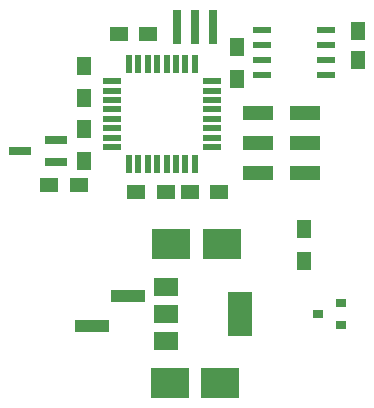
<source format=gbp>
G04 #@! TF.GenerationSoftware,KiCad,Pcbnew,no-vcs-found-feba091~58~ubuntu16.04.1*
G04 #@! TF.CreationDate,2017-03-27T19:49:03+03:00*
G04 #@! TF.ProjectId,led_strip_actuator_node,6C65645F73747269705F616374756174,rev?*
G04 #@! TF.FileFunction,Paste,Bot*
G04 #@! TF.FilePolarity,Positive*
%FSLAX46Y46*%
G04 Gerber Fmt 4.6, Leading zero omitted, Abs format (unit mm)*
G04 Created by KiCad (PCBNEW no-vcs-found-feba091~58~ubuntu16.04.1) date Mon Mar 27 19:49:03 2017*
%MOMM*%
%LPD*%
G01*
G04 APERTURE LIST*
%ADD10C,0.100000*%
%ADD11R,3.000000X1.000000*%
%ADD12R,1.500000X1.250000*%
%ADD13R,1.250000X1.500000*%
%ADD14R,3.200000X2.500000*%
%ADD15R,2.500000X1.270000*%
%ADD16R,1.600000X0.550000*%
%ADD17R,0.550000X1.600000*%
%ADD18R,0.900000X0.800000*%
%ADD19R,1.300000X1.500000*%
%ADD20R,1.550000X0.600000*%
%ADD21R,1.900000X0.800000*%
%ADD22R,2.000000X1.500000*%
%ADD23R,2.000000X3.800000*%
%ADD24R,0.800000X3.000000*%
G04 APERTURE END LIST*
D10*
D11*
X123600000Y-84770000D03*
X126600000Y-82230000D03*
D12*
X134350000Y-73400000D03*
X131850000Y-73400000D03*
X128350000Y-60000000D03*
X125850000Y-60000000D03*
X129850000Y-73400000D03*
X127350000Y-73400000D03*
D13*
X146100000Y-62250000D03*
X146100000Y-59750000D03*
D12*
X119950000Y-72800000D03*
X122450000Y-72800000D03*
D14*
X130250000Y-77800000D03*
X134550000Y-77800000D03*
X134450000Y-89600000D03*
X130150000Y-89600000D03*
D15*
X141600000Y-66700000D03*
X141600000Y-69200000D03*
X141600000Y-71740000D03*
X137600000Y-71740000D03*
X137600000Y-69200000D03*
X137600000Y-66660000D03*
D16*
X125250000Y-64000000D03*
X125250000Y-64800000D03*
X125250000Y-65600000D03*
X125250000Y-66400000D03*
X125250000Y-67200000D03*
X125250000Y-68000000D03*
X125250000Y-68800000D03*
X125250000Y-69600000D03*
D17*
X126700000Y-71050000D03*
X127500000Y-71050000D03*
X128300000Y-71050000D03*
X129100000Y-71050000D03*
X129900000Y-71050000D03*
X130700000Y-71050000D03*
X131500000Y-71050000D03*
X132300000Y-71050000D03*
D16*
X133750000Y-69600000D03*
X133750000Y-68800000D03*
X133750000Y-68000000D03*
X133750000Y-67200000D03*
X133750000Y-66400000D03*
X133750000Y-65600000D03*
X133750000Y-64800000D03*
X133750000Y-64000000D03*
D17*
X132300000Y-62550000D03*
X131500000Y-62550000D03*
X130700000Y-62550000D03*
X129900000Y-62550000D03*
X129100000Y-62550000D03*
X128300000Y-62550000D03*
X127500000Y-62550000D03*
X126700000Y-62550000D03*
D18*
X142700000Y-83700000D03*
X144700000Y-84650000D03*
X144700000Y-82750000D03*
D19*
X135900000Y-63850000D03*
X135900000Y-61150000D03*
X141500000Y-76550000D03*
X141500000Y-79250000D03*
X122900000Y-65450000D03*
X122900000Y-62750000D03*
X122900000Y-70750000D03*
X122900000Y-68050000D03*
D20*
X143400000Y-63505000D03*
X143400000Y-62235000D03*
X143400000Y-60965000D03*
X143400000Y-59695000D03*
X138000000Y-59695000D03*
X138000000Y-60965000D03*
X138000000Y-62235000D03*
X138000000Y-63505000D03*
D21*
X117500000Y-69900000D03*
X120500000Y-70850000D03*
X120500000Y-68950000D03*
D22*
X129850000Y-86000000D03*
X129850000Y-81400000D03*
X129850000Y-83700000D03*
D23*
X136150000Y-83700000D03*
D24*
X130800000Y-59400000D03*
X132300000Y-59400000D03*
X133800000Y-59400000D03*
M02*

</source>
